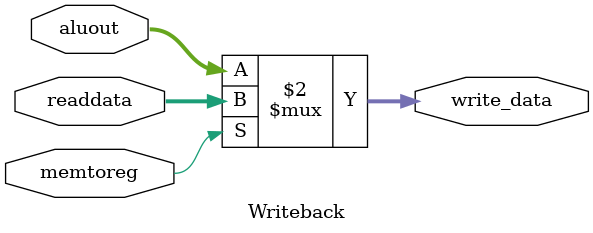
<source format=v>
module Writeback 
(
	input [31:0] aluout, readdata, 
	input memtoreg, 
	
	output reg [31:0] write_data
);

	always @(memtoreg) begin
		write_data <= (memtoreg) ? readdata : aluout;
	end
endmodule

</source>
